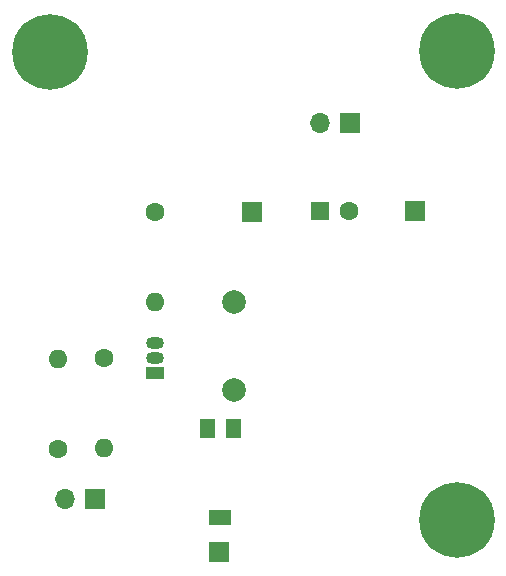
<source format=gbs>
G04 #@! TF.GenerationSoftware,KiCad,Pcbnew,(5.1.10)-1*
G04 #@! TF.CreationDate,2023-08-02T14:16:35+03:00*
G04 #@! TF.ProjectId,hv_cct,68765f63-6374-42e6-9b69-6361645f7063,rev?*
G04 #@! TF.SameCoordinates,Original*
G04 #@! TF.FileFunction,Soldermask,Bot*
G04 #@! TF.FilePolarity,Negative*
%FSLAX46Y46*%
G04 Gerber Fmt 4.6, Leading zero omitted, Abs format (unit mm)*
G04 Created by KiCad (PCBNEW (5.1.10)-1) date 2023-08-02 14:16:35*
%MOMM*%
%LPD*%
G01*
G04 APERTURE LIST*
%ADD10C,6.400000*%
%ADD11C,2.000000*%
%ADD12O,1.600000X1.600000*%
%ADD13C,1.600000*%
%ADD14O,1.700000X1.700000*%
%ADD15R,1.700000X1.700000*%
%ADD16R,1.500000X1.050000*%
%ADD17O,1.500000X1.050000*%
%ADD18R,1.600000X1.600000*%
%ADD19C,0.100000*%
G04 APERTURE END LIST*
D10*
X187706000Y-71018400D03*
X222148400Y-110642400D03*
X222148400Y-70967600D03*
D11*
X203276200Y-99702000D03*
X203276200Y-92202000D03*
D12*
X196621400Y-92202000D03*
D13*
X196621400Y-84582000D03*
D12*
X192252600Y-104597200D03*
D13*
X192252600Y-96977200D03*
D12*
X188366400Y-97028000D03*
D13*
X188366400Y-104648000D03*
D14*
X210616800Y-77063600D03*
D15*
X213156800Y-77063600D03*
X218592400Y-84556600D03*
X204851000Y-84607400D03*
X202006200Y-113411000D03*
D14*
X189001400Y-108889800D03*
D15*
X191541400Y-108889800D03*
D16*
X196596000Y-98221800D03*
D17*
X196596000Y-95681800D03*
X196596000Y-96951800D03*
D13*
X213066000Y-84531200D03*
D18*
X210566000Y-84531200D03*
D19*
X201600600Y-103632800D02*
X200430600Y-103632800D01*
X200430600Y-102158000D01*
X201600600Y-102158000D01*
X201600600Y-103632800D01*
G36*
X201600600Y-103632800D02*
G01*
X200430600Y-103632800D01*
X200430600Y-102158000D01*
X201600600Y-102158000D01*
X201600600Y-103632800D01*
G37*
X203785000Y-103632800D02*
X202615000Y-103632800D01*
X202615000Y-102158000D01*
X203785000Y-102158000D01*
X203785000Y-103632800D01*
G36*
X203785000Y-103632800D02*
G01*
X202615000Y-103632800D01*
X202615000Y-102158000D01*
X203785000Y-102158000D01*
X203785000Y-103632800D01*
G37*
X202946800Y-111024200D02*
X201192600Y-111024200D01*
X201192600Y-109803400D01*
X202946800Y-109803400D01*
X202946800Y-111024200D01*
G36*
X202946800Y-111024200D02*
G01*
X201192600Y-111024200D01*
X201192600Y-109803400D01*
X202946800Y-109803400D01*
X202946800Y-111024200D01*
G37*
M02*

</source>
